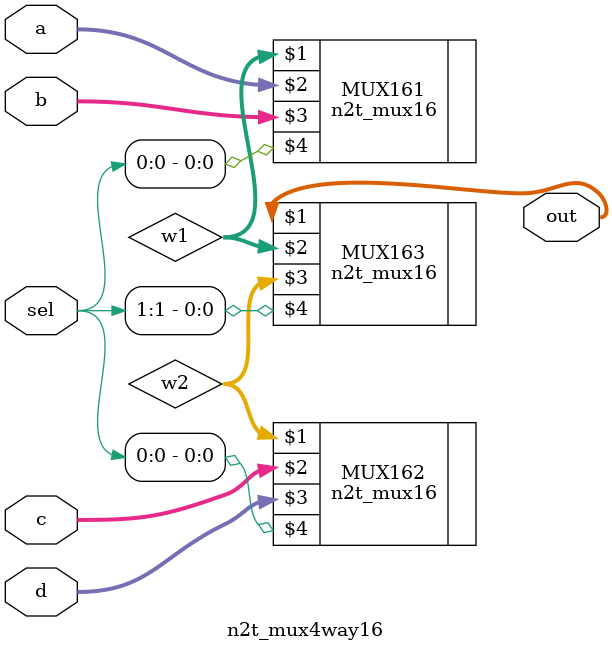
<source format=v>
`timescale 1ns / 1ps

module n2t_mux4way16(out, a, b, c, d, sel);
    output [15:0] out;
    input [15:0] a, b, c, d;
    input [1:0] sel;
    
    wire [15:0] w1, w2, w3;
    
    n2t_mux16 MUX161(w1, a, b, sel[0]);
    n2t_mux16 MUX162(w2, c, d, sel[0]);
    n2t_mux16 MUX163(out, w1, w2, sel[1]);
    
endmodule

</source>
